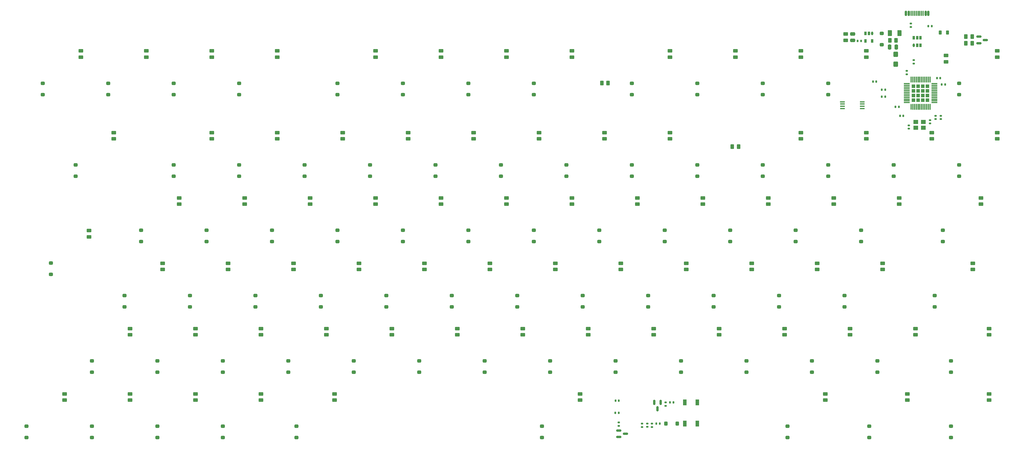
<source format=gbr>
G04 #@! TF.GenerationSoftware,KiCad,Pcbnew,(6.0.2)*
G04 #@! TF.CreationDate,2022-03-04T19:39:09-03:00*
G04 #@! TF.ProjectId,BareDevRev2,42617265-4465-4765-9265-76322e6b6963,V1.1.0*
G04 #@! TF.SameCoordinates,Original*
G04 #@! TF.FileFunction,Paste,Top*
G04 #@! TF.FilePolarity,Positive*
%FSLAX46Y46*%
G04 Gerber Fmt 4.6, Leading zero omitted, Abs format (unit mm)*
G04 Created by KiCad (PCBNEW (6.0.2)) date 2022-03-04 19:39:09*
%MOMM*%
%LPD*%
G01*
G04 APERTURE LIST*
G04 Aperture macros list*
%AMRoundRect*
0 Rectangle with rounded corners*
0 $1 Rounding radius*
0 $2 $3 $4 $5 $6 $7 $8 $9 X,Y pos of 4 corners*
0 Add a 4 corners polygon primitive as box body*
4,1,4,$2,$3,$4,$5,$6,$7,$8,$9,$2,$3,0*
0 Add four circle primitives for the rounded corners*
1,1,$1+$1,$2,$3*
1,1,$1+$1,$4,$5*
1,1,$1+$1,$6,$7*
1,1,$1+$1,$8,$9*
0 Add four rect primitives between the rounded corners*
20,1,$1+$1,$2,$3,$4,$5,0*
20,1,$1+$1,$4,$5,$6,$7,0*
20,1,$1+$1,$6,$7,$8,$9,0*
20,1,$1+$1,$8,$9,$2,$3,0*%
G04 Aperture macros list end*
%ADD10RoundRect,0.250000X0.350000X-0.250000X0.350000X0.250000X-0.350000X0.250000X-0.350000X-0.250000X0*%
%ADD11RoundRect,0.200000X-0.537500X0.000000X0.537500X0.000000X0.537500X0.000000X-0.537500X0.000000X0*%
%ADD12R,1.475000X0.400000*%
%ADD13RoundRect,0.250000X-0.450000X0.262500X-0.450000X-0.262500X0.450000X-0.262500X0.450000X0.262500X0*%
%ADD14RoundRect,0.135000X0.185000X-0.135000X0.185000X0.135000X-0.185000X0.135000X-0.185000X-0.135000X0*%
%ADD15RoundRect,0.140000X-0.170000X0.140000X-0.170000X-0.140000X0.170000X-0.140000X0.170000X0.140000X0*%
%ADD16RoundRect,0.250000X-0.262500X-0.450000X0.262500X-0.450000X0.262500X0.450000X-0.262500X0.450000X0*%
%ADD17RoundRect,0.140000X0.140000X0.170000X-0.140000X0.170000X-0.140000X-0.170000X0.140000X-0.170000X0*%
%ADD18RoundRect,0.150000X-0.150000X0.587500X-0.150000X-0.587500X0.150000X-0.587500X0.150000X0.587500X0*%
%ADD19RoundRect,0.250000X0.300000X-0.300000X0.300000X0.300000X-0.300000X0.300000X-0.300000X-0.300000X0*%
%ADD20RoundRect,0.150000X0.000000X-0.750000X0.000000X0.750000X0.000000X0.750000X0.000000X-0.750000X0*%
%ADD21R,0.300000X1.800000*%
%ADD22R,1.800000X0.300000*%
%ADD23R,1.100000X1.800000*%
%ADD24RoundRect,0.250000X-0.250000X-0.350000X0.250000X-0.350000X0.250000X0.350000X-0.250000X0.350000X0*%
%ADD25RoundRect,0.135000X-0.135000X-0.185000X0.135000X-0.185000X0.135000X0.185000X-0.135000X0.185000X0*%
%ADD26RoundRect,0.135000X-0.185000X0.135000X-0.185000X-0.135000X0.185000X-0.135000X0.185000X0.135000X0*%
%ADD27RoundRect,0.250000X0.262500X0.450000X-0.262500X0.450000X-0.262500X-0.450000X0.262500X-0.450000X0*%
%ADD28RoundRect,0.250000X0.475000X-0.250000X0.475000X0.250000X-0.475000X0.250000X-0.475000X-0.250000X0*%
%ADD29RoundRect,0.325000X0.000000X-0.205000X0.000000X0.205000X0.000000X0.205000X0.000000X-0.205000X0*%
%ADD30R,0.650000X1.060000*%
%ADD31RoundRect,0.135000X0.135000X0.185000X-0.135000X0.185000X-0.135000X-0.185000X0.135000X-0.185000X0*%
%ADD32RoundRect,0.150000X-0.587500X-0.150000X0.587500X-0.150000X0.587500X0.150000X-0.587500X0.150000X0*%
%ADD33RoundRect,0.250000X0.425000X-0.537500X0.425000X0.537500X-0.425000X0.537500X-0.425000X-0.537500X0*%
%ADD34RoundRect,0.325000X0.000000X0.205000X0.000000X-0.205000X0.000000X-0.205000X0.000000X0.205000X0*%
%ADD35RoundRect,0.250000X0.450000X-0.262500X0.450000X0.262500X-0.450000X0.262500X-0.450000X-0.262500X0*%
%ADD36RoundRect,0.218750X0.218750X0.381250X-0.218750X0.381250X-0.218750X-0.381250X0.218750X-0.381250X0*%
%ADD37RoundRect,0.150000X0.150000X0.575000X-0.150000X0.575000X-0.150000X-0.575000X0.150000X-0.575000X0*%
%ADD38RoundRect,0.075000X0.075000X0.650000X-0.075000X0.650000X-0.075000X-0.650000X0.075000X-0.650000X0*%
%ADD39R,1.400000X1.200000*%
%ADD40RoundRect,0.250000X-0.250000X-0.475000X0.250000X-0.475000X0.250000X0.475000X-0.250000X0.475000X0*%
%ADD41RoundRect,0.250000X-0.350000X0.250000X-0.350000X-0.250000X0.350000X-0.250000X0.350000X0.250000X0*%
%ADD42RoundRect,0.250000X-0.375000X-0.625000X0.375000X-0.625000X0.375000X0.625000X-0.375000X0.625000X0*%
%ADD43RoundRect,0.140000X-0.140000X-0.170000X0.140000X-0.170000X0.140000X0.170000X-0.140000X0.170000X0*%
G04 APERTURE END LIST*
D10*
X165576012Y-136327500D03*
X165576012Y-133027500D03*
D11*
X269731947Y-57456502D03*
D12*
X269731947Y-58106502D03*
X269731947Y-58756502D03*
X269731947Y-59406502D03*
X275456947Y-59406502D03*
X275456947Y-58756502D03*
X275456947Y-58106502D03*
X275456947Y-57456502D03*
D10*
X175101012Y-117277500D03*
X175101012Y-113977500D03*
X256063512Y-98227500D03*
X256063512Y-94927500D03*
D13*
X186181012Y-104533000D03*
X186181012Y-106358000D03*
D14*
X211401862Y-152283208D03*
X211401862Y-151263208D03*
D13*
X119506012Y-123583000D03*
X119506012Y-125408000D03*
X152843512Y-42620500D03*
X152843512Y-44445500D03*
D15*
X289048512Y-64306116D03*
X289048512Y-65266116D03*
D13*
X100456012Y-123583000D03*
X100456012Y-125408000D03*
D10*
X253682262Y-155377500D03*
X253682262Y-152077500D03*
D13*
X171893512Y-42620500D03*
X171893512Y-44445500D03*
X105218512Y-42620500D03*
X105218512Y-44445500D03*
D10*
X303688512Y-79177500D03*
X303688512Y-75877500D03*
X265588512Y-79177500D03*
X265588512Y-75877500D03*
D16*
X199691012Y-51992200D03*
X201516012Y-51992200D03*
D13*
X271906012Y-123583000D03*
X271906012Y-125408000D03*
D17*
X299578540Y-52386117D03*
X298618540Y-52386117D03*
D10*
X32226012Y-155377500D03*
X32226012Y-152077500D03*
D17*
X279578540Y-51586117D03*
X278618540Y-51586117D03*
D13*
X86168512Y-66433000D03*
X86168512Y-68258000D03*
D14*
X218249376Y-146113208D03*
X218249376Y-145093208D03*
D10*
X296544762Y-117277500D03*
X296544762Y-113977500D03*
D18*
X216815896Y-145093208D03*
X214915896Y-145093208D03*
X215865896Y-146968208D03*
D19*
X291768512Y-52896116D03*
X294488512Y-54256116D03*
X293128512Y-55616116D03*
X294488512Y-56976116D03*
X293128512Y-52896116D03*
X290408512Y-54256116D03*
X290408512Y-56976116D03*
X291768512Y-54256116D03*
X290408512Y-52896116D03*
X290408512Y-55616116D03*
X294488512Y-55616116D03*
X294488512Y-52896116D03*
X291768512Y-55616116D03*
X293128512Y-56976116D03*
X291768512Y-56976116D03*
X293128512Y-54256116D03*
D20*
X289698512Y-58936116D03*
D21*
X290198512Y-58936116D03*
X290698512Y-58936116D03*
X291198512Y-58936116D03*
X291698512Y-58936116D03*
X292198512Y-58936116D03*
X292698512Y-58936116D03*
X293198512Y-58936116D03*
X293698512Y-58936116D03*
X294198512Y-58936116D03*
X294698512Y-58936116D03*
X295198512Y-58936116D03*
D22*
X296448512Y-57686116D03*
X296448512Y-57186116D03*
X296448512Y-56686116D03*
X296448512Y-56186116D03*
X296448512Y-55686116D03*
X296448512Y-55186116D03*
X296448512Y-54686116D03*
X296448512Y-54186116D03*
X296448512Y-53686116D03*
X296448512Y-53186116D03*
X296448512Y-52686116D03*
X296448512Y-52186116D03*
D21*
X295198512Y-50936116D03*
X294698512Y-50936116D03*
X294198512Y-50936116D03*
X293698512Y-50936116D03*
X293198512Y-50936116D03*
X292698512Y-50936116D03*
X292198512Y-50936116D03*
X291698512Y-50936116D03*
X291198512Y-50936116D03*
X290698512Y-50936116D03*
X290198512Y-50936116D03*
X289698512Y-50936116D03*
D22*
X288448512Y-52186116D03*
X288448512Y-52686116D03*
X288448512Y-53186116D03*
X288448512Y-53686116D03*
X288448512Y-54186116D03*
X288448512Y-54686116D03*
X288448512Y-55186116D03*
X288448512Y-55686116D03*
X288448512Y-56186116D03*
X288448512Y-56686116D03*
X288448512Y-57186116D03*
X288448512Y-57686116D03*
D13*
X133793512Y-42620500D03*
X133793512Y-44445500D03*
D10*
X227488512Y-79177500D03*
X227488512Y-75877500D03*
D15*
X212908809Y-151293208D03*
X212908809Y-152253208D03*
D23*
X227508497Y-145093208D03*
X227508497Y-151293208D03*
X223808497Y-151293208D03*
X223808497Y-145093208D03*
D13*
X257623512Y-42620500D03*
X257623512Y-44445500D03*
D24*
X218363968Y-151293208D03*
X221663968Y-151293208D03*
D13*
X314767882Y-42620440D03*
X314767882Y-44445440D03*
X43306012Y-142633000D03*
X43306012Y-144458000D03*
D10*
X132238512Y-79177500D03*
X132238512Y-75877500D03*
X51276012Y-155377500D03*
X51276012Y-152077500D03*
D25*
X215529789Y-151293208D03*
X216549789Y-151293208D03*
D13*
X286193512Y-85483000D03*
X286193512Y-87308000D03*
D10*
X170338512Y-79177500D03*
X170338512Y-75877500D03*
D13*
X281431012Y-104533000D03*
X281431012Y-106358000D03*
D26*
X204647665Y-150920578D03*
X204647665Y-151940578D03*
D27*
X239465015Y-70549248D03*
X237640015Y-70549248D03*
D13*
X138556012Y-123583000D03*
X138556012Y-125408000D03*
D10*
X184626012Y-136327500D03*
X184626012Y-133027500D03*
D28*
X272665127Y-39565008D03*
X272665127Y-37665008D03*
D10*
X246538512Y-79177500D03*
X246538512Y-75877500D03*
X75088512Y-55365000D03*
X75088512Y-52065000D03*
D13*
X310006012Y-85483000D03*
X310006012Y-87308000D03*
D10*
X208438512Y-55365000D03*
X208438512Y-52065000D03*
X203676012Y-136327500D03*
X203676012Y-133027500D03*
D16*
X305624932Y-40371183D03*
X307449932Y-40371183D03*
D10*
X60801012Y-117277500D03*
X60801012Y-113977500D03*
D13*
X193324762Y-142633000D03*
X193324762Y-144458000D03*
X288574762Y-142633000D03*
X288574762Y-144458000D03*
X121887262Y-142633000D03*
X121887262Y-144458000D03*
D10*
X194151012Y-117277500D03*
X194151012Y-113977500D03*
X222726012Y-136327500D03*
X222726012Y-133027500D03*
X251301012Y-117277500D03*
X251301012Y-113977500D03*
D13*
X167131012Y-104533000D03*
X167131012Y-106358000D03*
D10*
X36988512Y-55365000D03*
X36988512Y-52065000D03*
X94138512Y-55365000D03*
X94138512Y-52065000D03*
D13*
X243331012Y-104533000D03*
X243331012Y-106358000D03*
D10*
X301307262Y-136327500D03*
X301307262Y-133027500D03*
D26*
X289625942Y-34649124D03*
X289625942Y-35669124D03*
D29*
X290498512Y-41008119D03*
D30*
X291448512Y-41008119D03*
X292398512Y-41008119D03*
X292398512Y-38808119D03*
X291448512Y-38808119D03*
X290498512Y-38808119D03*
D10*
X122713512Y-55365000D03*
X122713512Y-52065000D03*
D31*
X295687099Y-35401633D03*
X294667099Y-35401633D03*
D13*
X248093512Y-85483000D03*
X248093512Y-87308000D03*
X171893512Y-85483000D03*
X171893512Y-87308000D03*
D10*
X151288512Y-79177500D03*
X151288512Y-75877500D03*
D13*
X124268512Y-66433000D03*
X124268512Y-68258000D03*
X81406012Y-142633000D03*
X81406012Y-144458000D03*
D10*
X217963512Y-98227500D03*
X217963512Y-94927500D03*
D32*
X309424963Y-38471183D03*
X309424963Y-40371183D03*
X311299963Y-39421183D03*
D10*
X198913512Y-98227500D03*
X198913512Y-94927500D03*
D13*
X205231012Y-104533000D03*
X205231012Y-106358000D03*
D17*
X298158511Y-50586117D03*
X297198511Y-50586117D03*
D25*
X219503968Y-145093208D03*
X220523968Y-145093208D03*
D17*
X287428512Y-61536116D03*
X286468512Y-61536116D03*
D33*
X285248512Y-46473616D03*
X285248512Y-43598616D03*
D13*
X162368512Y-66433000D03*
X162368512Y-68258000D03*
D10*
X110807262Y-155377500D03*
X110807262Y-152077500D03*
X146526012Y-136327500D03*
X146526012Y-133027500D03*
D13*
X62356012Y-142633000D03*
X62356012Y-144458000D03*
D16*
X283504277Y-39533244D03*
X285329277Y-39533244D03*
D34*
X278354268Y-37515008D03*
D30*
X277404268Y-37515008D03*
X276454268Y-37515008D03*
X276454268Y-39715008D03*
X278354268Y-39715008D03*
D13*
X219518512Y-66433000D03*
X219518512Y-68258000D03*
D35*
X270631768Y-39527508D03*
X270631768Y-37702508D03*
D10*
X284638512Y-79177500D03*
X284638512Y-75877500D03*
D36*
X300313969Y-37259910D03*
X298188969Y-37259910D03*
D13*
X238568512Y-42620500D03*
X238568512Y-44445500D03*
D10*
X89376012Y-136327500D03*
X89376012Y-133027500D03*
D37*
X294698512Y-31642354D03*
X293898512Y-31642354D03*
D38*
X292698512Y-31642354D03*
X291702512Y-31642354D03*
X291198512Y-31642354D03*
X290198512Y-31642354D03*
D37*
X288198512Y-31642354D03*
X288998512Y-31642354D03*
D38*
X289698512Y-31642354D03*
X290698512Y-31642354D03*
X292198512Y-31642354D03*
X293198512Y-31642354D03*
D13*
X157606012Y-123583000D03*
X157606012Y-125408000D03*
D15*
X298348512Y-61536116D03*
X298348512Y-62496116D03*
D13*
X100456012Y-142633000D03*
X100456012Y-144458000D03*
X57593512Y-66433000D03*
X57593512Y-68258000D03*
X86168512Y-42620500D03*
X86168512Y-44445500D03*
X209993512Y-85483000D03*
X209993512Y-87308000D03*
X312387262Y-142633000D03*
X312387262Y-144458000D03*
X71881012Y-104533000D03*
X71881012Y-106358000D03*
D27*
X307449932Y-38471183D03*
X305624932Y-38471183D03*
D13*
X181418512Y-66433000D03*
X181418512Y-68258000D03*
D10*
X84613512Y-98227500D03*
X84613512Y-94927500D03*
D39*
X293236012Y-63336116D03*
X291036012Y-63336116D03*
X291036012Y-65036116D03*
X293236012Y-65036116D03*
D10*
X270351012Y-117277500D03*
X270351012Y-113977500D03*
X39369762Y-107752500D03*
X39369762Y-104452500D03*
X89376012Y-155377500D03*
X89376012Y-152077500D03*
D13*
X90931012Y-104533000D03*
X90931012Y-106358000D03*
X152843512Y-85483000D03*
X152843512Y-87308000D03*
D10*
X56038512Y-55365000D03*
X56038512Y-52065000D03*
X117951012Y-117277500D03*
X117951012Y-113977500D03*
D13*
X195706012Y-123583000D03*
X195706012Y-125408000D03*
X224281012Y-104533000D03*
X224281012Y-106358000D03*
D26*
X214307470Y-151293208D03*
X214307470Y-152313208D03*
D32*
X204647665Y-153306332D03*
X204647665Y-155206332D03*
X206522665Y-154256332D03*
D13*
X129031012Y-104533000D03*
X129031012Y-106358000D03*
X219518512Y-42620500D03*
X219518512Y-44445500D03*
D17*
X286128512Y-58936116D03*
X285168512Y-58936116D03*
D10*
X179863512Y-55365000D03*
X179863512Y-52065000D03*
D13*
X67118512Y-42620500D03*
X67118512Y-44445500D03*
D10*
X303688512Y-55365000D03*
X303688512Y-52065000D03*
D13*
X252856012Y-123583000D03*
X252856012Y-125408000D03*
D10*
X301307262Y-155377500D03*
X301307262Y-152077500D03*
X79851012Y-117277500D03*
X79851012Y-113977500D03*
D13*
X229043512Y-85483000D03*
X229043512Y-87308000D03*
D10*
X70326012Y-155377500D03*
X70326012Y-152077500D03*
D13*
X214756012Y-123583000D03*
X214756012Y-125408000D03*
X200468512Y-66433000D03*
X200468512Y-68258000D03*
D31*
X204652774Y-148191314D03*
X203632774Y-148191314D03*
D13*
X264762262Y-142633000D03*
X264762262Y-144458000D03*
D40*
X283466777Y-41512422D03*
X285366777Y-41512422D03*
D13*
X105218512Y-66433000D03*
X105218512Y-68258000D03*
D10*
X103663512Y-98227500D03*
X103663512Y-94927500D03*
D15*
X295248512Y-62786116D03*
X295248512Y-63746116D03*
D31*
X282208540Y-55936116D03*
X281188540Y-55936116D03*
D13*
X276668512Y-66433000D03*
X276668512Y-68258000D03*
D10*
X127476012Y-136327500D03*
X127476012Y-133027500D03*
D13*
X50449762Y-95008000D03*
X50449762Y-96833000D03*
D14*
X290448513Y-46296118D03*
X290448513Y-45276118D03*
D13*
X307624762Y-104533000D03*
X307624762Y-106358000D03*
X314768512Y-66433000D03*
X314768512Y-68258000D03*
X143318512Y-66433000D03*
X143318512Y-68258000D03*
X109981012Y-104533000D03*
X109981012Y-106358000D03*
D10*
X260826012Y-136327500D03*
X260826012Y-133027500D03*
X113188512Y-79177500D03*
X113188512Y-75877500D03*
D35*
X299864473Y-45800255D03*
X299864473Y-43975255D03*
D10*
X213201012Y-117277500D03*
X213201012Y-113977500D03*
D13*
X133793512Y-85483000D03*
X133793512Y-87308000D03*
D10*
X108426012Y-136327500D03*
X108426012Y-133027500D03*
X179863512Y-98227500D03*
X179863512Y-94927500D03*
X94138512Y-79177500D03*
X94138512Y-75877500D03*
D13*
X290956012Y-123583000D03*
X290956012Y-125408000D03*
D10*
X122713512Y-98227500D03*
X122713512Y-94927500D03*
D13*
X257618512Y-66433000D03*
X257618512Y-68258000D03*
D10*
X189388512Y-79177500D03*
X189388512Y-75877500D03*
D31*
X282208540Y-53936116D03*
X281188540Y-53936116D03*
D10*
X156051012Y-117277500D03*
X156051012Y-113977500D03*
D13*
X95693512Y-85483000D03*
X95693512Y-87308000D03*
X312387262Y-123583000D03*
X312387262Y-125408000D03*
D10*
X237013512Y-98227500D03*
X237013512Y-94927500D03*
D13*
X190943512Y-42620500D03*
X190943512Y-44445500D03*
X233806012Y-123583000D03*
X233806012Y-125408000D03*
D10*
X98901012Y-117277500D03*
X98901012Y-113977500D03*
D13*
X295718512Y-66433000D03*
X295718512Y-68258000D03*
X190943512Y-85483000D03*
X190943512Y-87308000D03*
X176656012Y-123583000D03*
X176656012Y-125408000D03*
D10*
X160813512Y-55365000D03*
X160813512Y-52065000D03*
X275113512Y-98227500D03*
X275113512Y-94927500D03*
X246543512Y-55365000D03*
X246543512Y-52065000D03*
X160813512Y-98227500D03*
X160813512Y-94927500D03*
D13*
X267143512Y-85483000D03*
X267143512Y-87308000D03*
D10*
X70326012Y-136327500D03*
X70326012Y-133027500D03*
X208438512Y-79177500D03*
X208438512Y-75877500D03*
X65563512Y-98227500D03*
X65563512Y-94927500D03*
D13*
X48068512Y-42620500D03*
X48068512Y-44445500D03*
D10*
X241776012Y-136327500D03*
X241776012Y-133027500D03*
X46513512Y-79177500D03*
X46513512Y-75877500D03*
D41*
X281180547Y-37515008D03*
X281180547Y-40815008D03*
D10*
X141763512Y-55365000D03*
X141763512Y-52065000D03*
D13*
X81406012Y-123583000D03*
X81406012Y-125408000D03*
D10*
X75088512Y-79177500D03*
X75088512Y-75877500D03*
X265588512Y-55365000D03*
X265588512Y-52065000D03*
D13*
X114743512Y-85483000D03*
X114743512Y-87308000D03*
X262381012Y-104533000D03*
X262381012Y-106358000D03*
X76643512Y-85483000D03*
X76643512Y-87308000D03*
D10*
X51276012Y-136327500D03*
X51276012Y-133027500D03*
X182244762Y-155377500D03*
X182244762Y-152077500D03*
X279876012Y-136327500D03*
X279876012Y-133027500D03*
D42*
X283504277Y-37415008D03*
X286304277Y-37415008D03*
D10*
X232251012Y-117277500D03*
X232251012Y-113977500D03*
D43*
X274149433Y-39715008D03*
X275109433Y-39715008D03*
D13*
X148081012Y-104533000D03*
X148081012Y-106358000D03*
X276668512Y-42620500D03*
X276668512Y-44445500D03*
D10*
X277494762Y-155377500D03*
X277494762Y-152077500D03*
D13*
X62356012Y-123583000D03*
X62356012Y-125408000D03*
D10*
X298926012Y-98227500D03*
X298926012Y-94927500D03*
D43*
X203662774Y-144590071D03*
X204622774Y-144590071D03*
D15*
X288448512Y-48456116D03*
X288448512Y-49416116D03*
X296848512Y-61536116D03*
X296848512Y-62496116D03*
D10*
X227488512Y-55365000D03*
X227488512Y-52065000D03*
X141763512Y-98227500D03*
X141763512Y-94927500D03*
X137001012Y-117277500D03*
X137001012Y-113977500D03*
M02*

</source>
